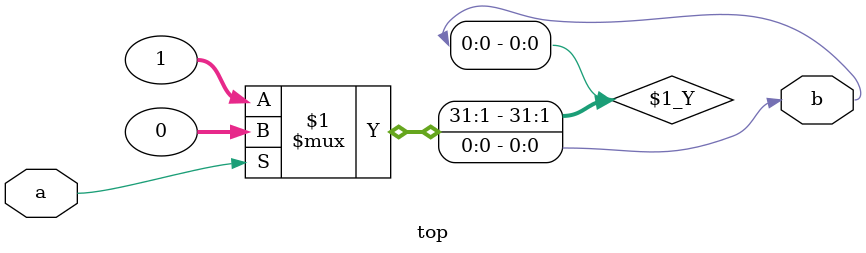
<source format=sv>
/*
:name: simple_cond_op_sim
:description: minimal ?: operator simulation test (without result verification)
:type: simulation parsing
:tags: 11.4.11
*/
module top(input a, output b);

assign b = (a) ? 0 : 1;

endmodule

</source>
